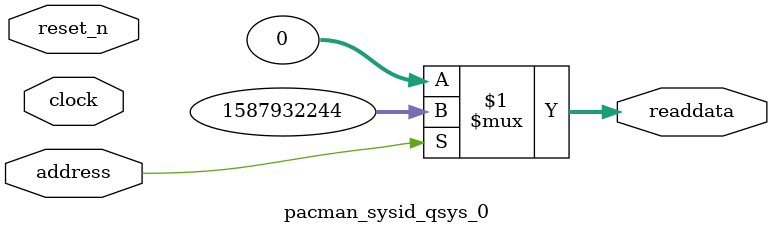
<source format=v>



// synthesis translate_off
`timescale 1ns / 1ps
// synthesis translate_on

// turn off superfluous verilog processor warnings 
// altera message_level Level1 
// altera message_off 10034 10035 10036 10037 10230 10240 10030 

module pacman_sysid_qsys_0 (
               // inputs:
                address,
                clock,
                reset_n,

               // outputs:
                readdata
             )
;

  output  [ 31: 0] readdata;
  input            address;
  input            clock;
  input            reset_n;

  wire    [ 31: 0] readdata;
  //control_slave, which is an e_avalon_slave
  assign readdata = address ? 1587932244 : 0;

endmodule



</source>
